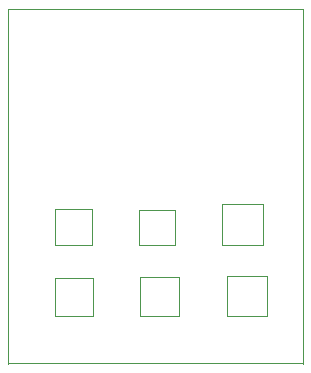
<source format=gbr>
G04 #@! TF.GenerationSoftware,KiCad,Pcbnew,5.0.2-bee76a0~70~ubuntu16.04.1*
G04 #@! TF.CreationDate,2019-12-27T08:03:31-08:00*
G04 #@! TF.ProjectId,Led_tests,4c65645f-7465-4737-9473-2e6b69636164,rev?*
G04 #@! TF.SameCoordinates,Original*
G04 #@! TF.FileFunction,Profile,NP*
%FSLAX46Y46*%
G04 Gerber Fmt 4.6, Leading zero omitted, Abs format (unit mm)*
G04 Created by KiCad (PCBNEW 5.0.2-bee76a0~70~ubuntu16.04.1) date Fri 27 Dec 2019 08:03:31 PST*
%MOMM*%
%LPD*%
G01*
G04 APERTURE LIST*
%ADD10C,0.100000*%
G04 APERTURE END LIST*
D10*
X26441400Y-11529000D02*
X26441400Y-41529000D01*
X51441400Y-11529000D02*
X26441400Y-11529000D01*
X51441400Y-41529000D02*
X51441400Y-11529000D01*
X30441200Y-28421400D02*
X30441200Y-31521400D01*
X33541200Y-28421400D02*
X30441200Y-28421400D01*
X40941200Y-34221400D02*
X37641200Y-34221400D01*
X48341200Y-37521400D02*
X48341200Y-34121400D01*
X44941200Y-37521400D02*
X48341200Y-37521400D01*
X30441200Y-37521400D02*
X33641200Y-37521400D01*
X44541200Y-28021400D02*
X44541200Y-31521400D01*
X40941200Y-37521400D02*
X40941200Y-34221400D01*
X48041200Y-28021400D02*
X44541200Y-28021400D01*
X48041200Y-31521400D02*
X48041200Y-28021400D01*
X44541200Y-31521400D02*
X48041200Y-31521400D01*
X26441200Y-41521400D02*
X51441200Y-41521400D01*
X37641200Y-34221400D02*
X37641200Y-37521400D01*
X33641200Y-34321400D02*
X30441200Y-34321400D01*
X33641200Y-37521400D02*
X33641200Y-34321400D01*
X37641200Y-37521400D02*
X40941200Y-37521400D01*
X33541200Y-31521400D02*
X33541200Y-28421400D01*
X30441200Y-31521400D02*
X33541200Y-31521400D01*
X44941200Y-34121400D02*
X44941200Y-37521400D01*
X48341200Y-34121400D02*
X44941200Y-34121400D01*
X37541200Y-28521400D02*
X37541200Y-31521400D01*
X40541200Y-28521400D02*
X37541200Y-28521400D01*
X30441200Y-34321400D02*
X30441200Y-37521400D01*
X40541200Y-31521400D02*
X40541200Y-28521400D01*
X37541200Y-31521400D02*
X40541200Y-31521400D01*
M02*

</source>
